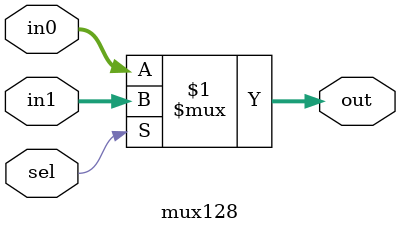
<source format=v>
`timescale 1ns / 1ps
module mux128 (out, in0, in1, sel);
	input [127:0] in0,in1;
	input sel;
	output [127:0] out;
	
	assign out = sel ? in1 : in0;
endmodule

</source>
